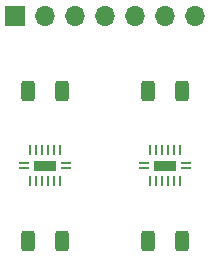
<source format=gbr>
%TF.GenerationSoftware,KiCad,Pcbnew,(6.0.0)*%
%TF.CreationDate,2022-04-20T12:25:39-04:00*%
%TF.ProjectId,7_seg,375f7365-672e-46b6-9963-61645f706362,rev?*%
%TF.SameCoordinates,Original*%
%TF.FileFunction,Soldermask,Bot*%
%TF.FilePolarity,Negative*%
%FSLAX46Y46*%
G04 Gerber Fmt 4.6, Leading zero omitted, Abs format (unit mm)*
G04 Created by KiCad (PCBNEW (6.0.0)) date 2022-04-20 12:25:39*
%MOMM*%
%LPD*%
G01*
G04 APERTURE LIST*
G04 Aperture macros list*
%AMRoundRect*
0 Rectangle with rounded corners*
0 $1 Rounding radius*
0 $2 $3 $4 $5 $6 $7 $8 $9 X,Y pos of 4 corners*
0 Add a 4 corners polygon primitive as box body*
4,1,4,$2,$3,$4,$5,$6,$7,$8,$9,$2,$3,0*
0 Add four circle primitives for the rounded corners*
1,1,$1+$1,$2,$3*
1,1,$1+$1,$4,$5*
1,1,$1+$1,$6,$7*
1,1,$1+$1,$8,$9*
0 Add four rect primitives between the rounded corners*
20,1,$1+$1,$2,$3,$4,$5,0*
20,1,$1+$1,$4,$5,$6,$7,0*
20,1,$1+$1,$6,$7,$8,$9,0*
20,1,$1+$1,$8,$9,$2,$3,0*%
G04 Aperture macros list end*
%ADD10O,1.700000X1.700000*%
%ADD11R,1.700000X1.700000*%
%ADD12RoundRect,0.250000X0.312500X0.625000X-0.312500X0.625000X-0.312500X-0.625000X0.312500X-0.625000X0*%
%ADD13R,0.900000X0.240000*%
%ADD14R,0.240000X0.900000*%
%ADD15R,1.900000X0.900000*%
G04 APERTURE END LIST*
D10*
%TO.C,J1*%
X130810000Y-74930000D03*
X128270000Y-74930000D03*
X125730000Y-74930000D03*
X123190000Y-74930000D03*
X120650000Y-74930000D03*
X118110000Y-74930000D03*
D11*
X115570000Y-74930000D03*
%TD*%
D12*
%TO.C,R4*%
X129732500Y-81280000D03*
X126807500Y-81280000D03*
%TD*%
%TO.C,R3*%
X119572500Y-81280000D03*
X116647500Y-81280000D03*
%TD*%
%TO.C,R2*%
X129732500Y-93980000D03*
X126807500Y-93980000D03*
%TD*%
%TO.C,R1*%
X119572500Y-93980000D03*
X116647500Y-93980000D03*
%TD*%
D13*
%TO.C,IC2*%
X130070000Y-87880000D03*
D14*
X129520000Y-88930000D03*
X129020000Y-88930000D03*
X128520000Y-88930000D03*
X128020000Y-88930000D03*
X127520000Y-88930000D03*
X127020000Y-88930000D03*
D13*
X126470000Y-87880000D03*
X126470000Y-87380000D03*
D14*
X127020000Y-86330000D03*
X127520000Y-86330000D03*
X128020000Y-86330000D03*
X128520000Y-86330000D03*
X129020000Y-86330000D03*
X129520000Y-86330000D03*
D13*
X130070000Y-87380000D03*
D15*
X128270000Y-87630000D03*
%TD*%
D13*
%TO.C,IC1*%
X119910000Y-87880000D03*
D14*
X119360000Y-88930000D03*
X118860000Y-88930000D03*
X118360000Y-88930000D03*
X117860000Y-88930000D03*
X117360000Y-88930000D03*
X116860000Y-88930000D03*
D13*
X116310000Y-87880000D03*
X116310000Y-87380000D03*
D14*
X116860000Y-86330000D03*
X117360000Y-86330000D03*
X117860000Y-86330000D03*
X118360000Y-86330000D03*
X118860000Y-86330000D03*
X119360000Y-86330000D03*
D13*
X119910000Y-87380000D03*
D15*
X118110000Y-87630000D03*
%TD*%
M02*

</source>
